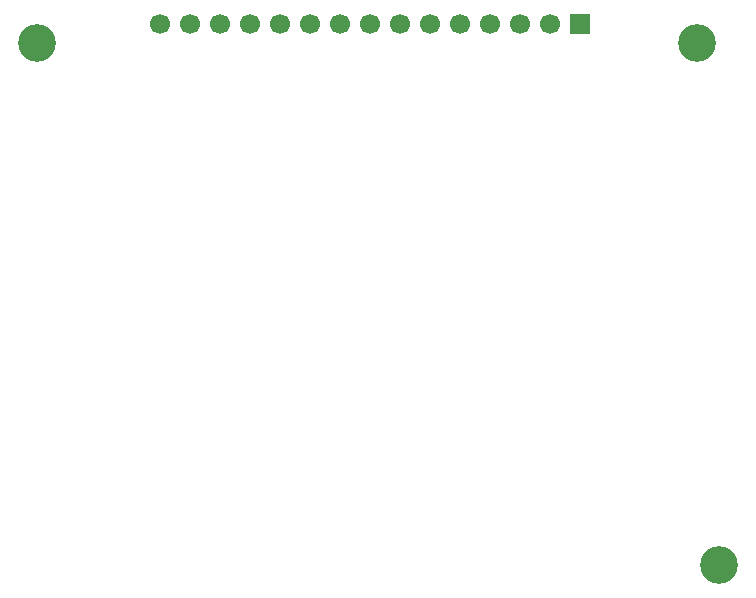
<source format=gbr>
%TF.GenerationSoftware,KiCad,Pcbnew,9.0.6*%
%TF.CreationDate,2026-01-16T18:31:21+11:00*%
%TF.ProjectId,Cooee_keyboard_68mm,436f6f65-655f-46b6-9579-626f6172645f,rev?*%
%TF.SameCoordinates,Original*%
%TF.FileFunction,Soldermask,Bot*%
%TF.FilePolarity,Negative*%
%FSLAX46Y46*%
G04 Gerber Fmt 4.6, Leading zero omitted, Abs format (unit mm)*
G04 Created by KiCad (PCBNEW 9.0.6) date 2026-01-16 18:31:21*
%MOMM*%
%LPD*%
G01*
G04 APERTURE LIST*
%ADD10R,1.700000X1.700000*%
%ADD11C,1.700000*%
%ADD12C,3.200000*%
G04 APERTURE END LIST*
D10*
%TO.C,J1*%
X167725000Y-73200000D03*
D11*
X165185000Y-73200000D03*
X162645001Y-73200000D03*
X160105000Y-73200000D03*
X157565000Y-73200000D03*
X155025000Y-73200000D03*
X152485000Y-73200000D03*
X149944999Y-73200000D03*
X147405000Y-73200000D03*
X144865000Y-73200000D03*
X142325000Y-73200000D03*
X139785001Y-73200000D03*
X137245000Y-73200000D03*
X134705000Y-73200000D03*
X132165000Y-73200000D03*
%TD*%
D12*
%TO.C,H5*%
X121760000Y-74800000D03*
%TD*%
%TO.C,H4*%
X177660000Y-74775000D03*
%TD*%
%TO.C,H7*%
X179525000Y-118975000D03*
%TD*%
M02*

</source>
